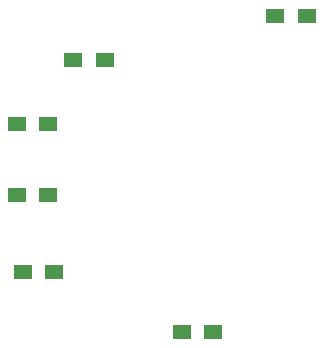
<source format=gtp>
G04 #@! TF.FileFunction,Paste,Top*
%FSLAX46Y46*%
G04 Gerber Fmt 4.6, Leading zero omitted, Abs format (unit mm)*
G04 Created by KiCad (PCBNEW 4.0.7) date Fri Feb  2 23:20:03 2018*
%MOMM*%
%LPD*%
G01*
G04 APERTURE LIST*
%ADD10C,0.100000*%
%ADD11R,1.500000X1.300000*%
G04 APERTURE END LIST*
D10*
D11*
X163021000Y-78308200D03*
X160321000Y-78308200D03*
X145901400Y-82042000D03*
X143201400Y-82042000D03*
X141151600Y-87401400D03*
X138451600Y-87401400D03*
X141659600Y-99974400D03*
X138959600Y-99974400D03*
X155121600Y-105054400D03*
X152421600Y-105054400D03*
X141151600Y-93421200D03*
X138451600Y-93421200D03*
M02*

</source>
